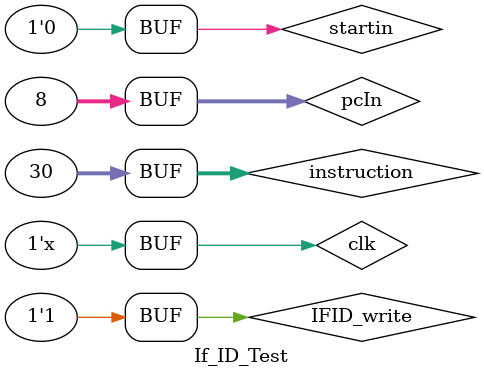
<source format=v>
module If_ID_Test;
	
	reg clk, startin, IFID_write;
	reg [31:0] instruction, pcIn;
	wire [31:0] ins, pc;

	IF_ID UUT(startin, clk, instruction, pcIn, ins, pc, IFID_write);

	initial begin
		clk = 0;
		startin = 1;
		instruction = 30;
		pcIn = 8;
		IFID_write = 1;
		#100;
		startin = 0;
		IFID_write = 0;
		#100;
		startin = 0;
		IFID_write = 1;
	end
	always #100 clk = ~clk;
endmodule

</source>
